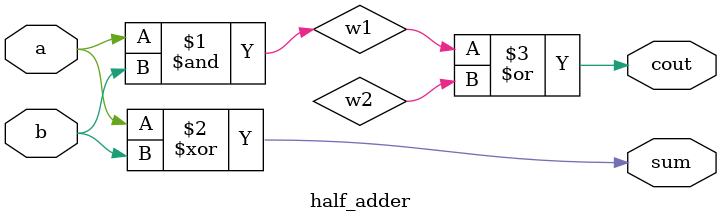
<source format=v>
module half_adder( 
input a, b,
output cout, sum );

wire w1, w2;

and( w1, a, b );
xor( sum, a, b );
or( cout, w1, w2 );

endmodule

</source>
